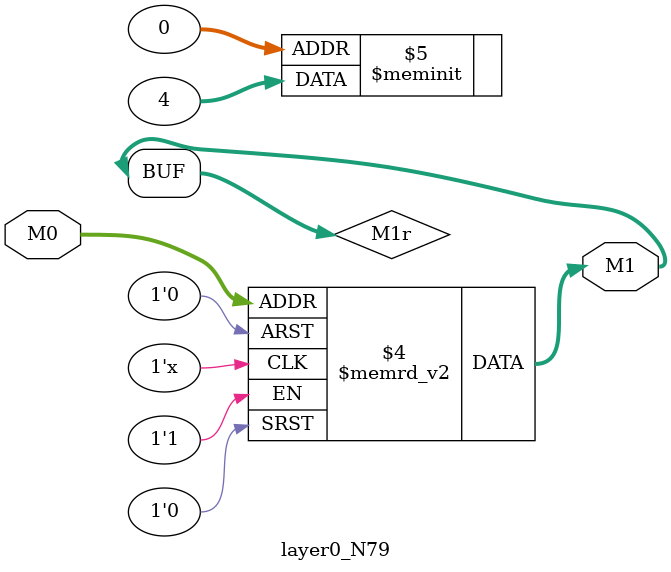
<source format=v>
module layer0_N79 ( input [3:0] M0, output [1:0] M1 );

	(*rom_style = "distributed" *) reg [1:0] M1r;
	assign M1 = M1r;
	always @ (M0) begin
		case (M0)
			4'b0000: M1r = 2'b00;
			4'b1000: M1r = 2'b00;
			4'b0100: M1r = 2'b00;
			4'b1100: M1r = 2'b00;
			4'b0010: M1r = 2'b00;
			4'b1010: M1r = 2'b00;
			4'b0110: M1r = 2'b00;
			4'b1110: M1r = 2'b00;
			4'b0001: M1r = 2'b01;
			4'b1001: M1r = 2'b00;
			4'b0101: M1r = 2'b00;
			4'b1101: M1r = 2'b00;
			4'b0011: M1r = 2'b00;
			4'b1011: M1r = 2'b00;
			4'b0111: M1r = 2'b00;
			4'b1111: M1r = 2'b00;

		endcase
	end
endmodule

</source>
